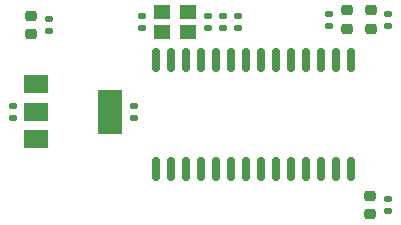
<source format=gtp>
%TF.GenerationSoftware,KiCad,Pcbnew,7.0.2-6a45011f42~172~ubuntu20.04.1*%
%TF.CreationDate,2023-04-23T21:34:21-07:00*%
%TF.ProjectId,SX1280_USB_Adapter,53583132-3830-45f5-9553-425f41646170,rev?*%
%TF.SameCoordinates,Original*%
%TF.FileFunction,Paste,Top*%
%TF.FilePolarity,Positive*%
%FSLAX46Y46*%
G04 Gerber Fmt 4.6, Leading zero omitted, Abs format (unit mm)*
G04 Created by KiCad (PCBNEW 7.0.2-6a45011f42~172~ubuntu20.04.1) date 2023-04-23 21:34:21*
%MOMM*%
%LPD*%
G01*
G04 APERTURE LIST*
G04 Aperture macros list*
%AMRoundRect*
0 Rectangle with rounded corners*
0 $1 Rounding radius*
0 $2 $3 $4 $5 $6 $7 $8 $9 X,Y pos of 4 corners*
0 Add a 4 corners polygon primitive as box body*
4,1,4,$2,$3,$4,$5,$6,$7,$8,$9,$2,$3,0*
0 Add four circle primitives for the rounded corners*
1,1,$1+$1,$2,$3*
1,1,$1+$1,$4,$5*
1,1,$1+$1,$6,$7*
1,1,$1+$1,$8,$9*
0 Add four rect primitives between the rounded corners*
20,1,$1+$1,$2,$3,$4,$5,0*
20,1,$1+$1,$4,$5,$6,$7,0*
20,1,$1+$1,$6,$7,$8,$9,0*
20,1,$1+$1,$8,$9,$2,$3,0*%
G04 Aperture macros list end*
%ADD10RoundRect,0.135000X0.185000X-0.135000X0.185000X0.135000X-0.185000X0.135000X-0.185000X-0.135000X0*%
%ADD11RoundRect,0.218750X0.256250X-0.218750X0.256250X0.218750X-0.256250X0.218750X-0.256250X-0.218750X0*%
%ADD12RoundRect,0.140000X-0.170000X0.140000X-0.170000X-0.140000X0.170000X-0.140000X0.170000X0.140000X0*%
%ADD13RoundRect,0.140000X0.170000X-0.140000X0.170000X0.140000X-0.170000X0.140000X-0.170000X-0.140000X0*%
%ADD14R,1.400000X1.200000*%
%ADD15RoundRect,0.135000X-0.185000X0.135000X-0.185000X-0.135000X0.185000X-0.135000X0.185000X0.135000X0*%
%ADD16RoundRect,0.150000X-0.150000X0.875000X-0.150000X-0.875000X0.150000X-0.875000X0.150000X0.875000X0*%
%ADD17R,2.000000X1.500000*%
%ADD18R,2.000000X3.800000*%
G04 APERTURE END LIST*
D10*
%TO.C,R5*%
X127762000Y-106936000D03*
X127762000Y-105916000D03*
%TD*%
D11*
%TO.C,D2*%
X139000000Y-107000000D03*
X139000000Y-105425000D03*
%TD*%
%TO.C,D1*%
X138938000Y-122707500D03*
X138938000Y-121132500D03*
%TD*%
%TO.C,D4*%
X110235500Y-107469000D03*
X110235500Y-105894000D03*
%TD*%
D12*
%TO.C,C4*%
X119634000Y-105946000D03*
X119634000Y-106906000D03*
%TD*%
D10*
%TO.C,R2*%
X140462000Y-122430000D03*
X140462000Y-121410000D03*
%TD*%
D12*
%TO.C,C2*%
X108750000Y-113566000D03*
X108750000Y-114526000D03*
%TD*%
D10*
%TO.C,R4*%
X140500000Y-106760000D03*
X140500000Y-105740000D03*
%TD*%
D13*
%TO.C,C1*%
X125222000Y-106906000D03*
X125222000Y-105946000D03*
%TD*%
%TO.C,C5*%
X119000000Y-114500000D03*
X119000000Y-113540000D03*
%TD*%
D14*
%TO.C,Y1*%
X123528000Y-105550000D03*
X121328000Y-105550000D03*
X121328000Y-107250000D03*
X123528000Y-107250000D03*
%TD*%
D15*
%TO.C,R3*%
X111759500Y-106171500D03*
X111759500Y-107191500D03*
%TD*%
D11*
%TO.C,D3*%
X137000000Y-107000000D03*
X137000000Y-105425000D03*
%TD*%
D12*
%TO.C,C3*%
X126492000Y-105946000D03*
X126492000Y-106906000D03*
%TD*%
D16*
%TO.C,U2*%
X137370000Y-109600000D03*
X136100000Y-109600000D03*
X134830000Y-109600000D03*
X133560000Y-109600000D03*
X132290000Y-109600000D03*
X131020000Y-109600000D03*
X129750000Y-109600000D03*
X128480000Y-109600000D03*
X127210000Y-109600000D03*
X125940000Y-109600000D03*
X124670000Y-109600000D03*
X123400000Y-109600000D03*
X122130000Y-109600000D03*
X120860000Y-109600000D03*
X120860000Y-118900000D03*
X122130000Y-118900000D03*
X123400000Y-118900000D03*
X124670000Y-118900000D03*
X125940000Y-118900000D03*
X127210000Y-118900000D03*
X128480000Y-118900000D03*
X129750000Y-118900000D03*
X131020000Y-118900000D03*
X132290000Y-118900000D03*
X133560000Y-118900000D03*
X134830000Y-118900000D03*
X136100000Y-118900000D03*
X137370000Y-118900000D03*
%TD*%
D10*
%TO.C,R6*%
X135500000Y-106760000D03*
X135500000Y-105740000D03*
%TD*%
D17*
%TO.C,U1*%
X110642000Y-111700000D03*
X110642000Y-114000000D03*
D18*
X116942000Y-114000000D03*
D17*
X110642000Y-116300000D03*
%TD*%
M02*

</source>
